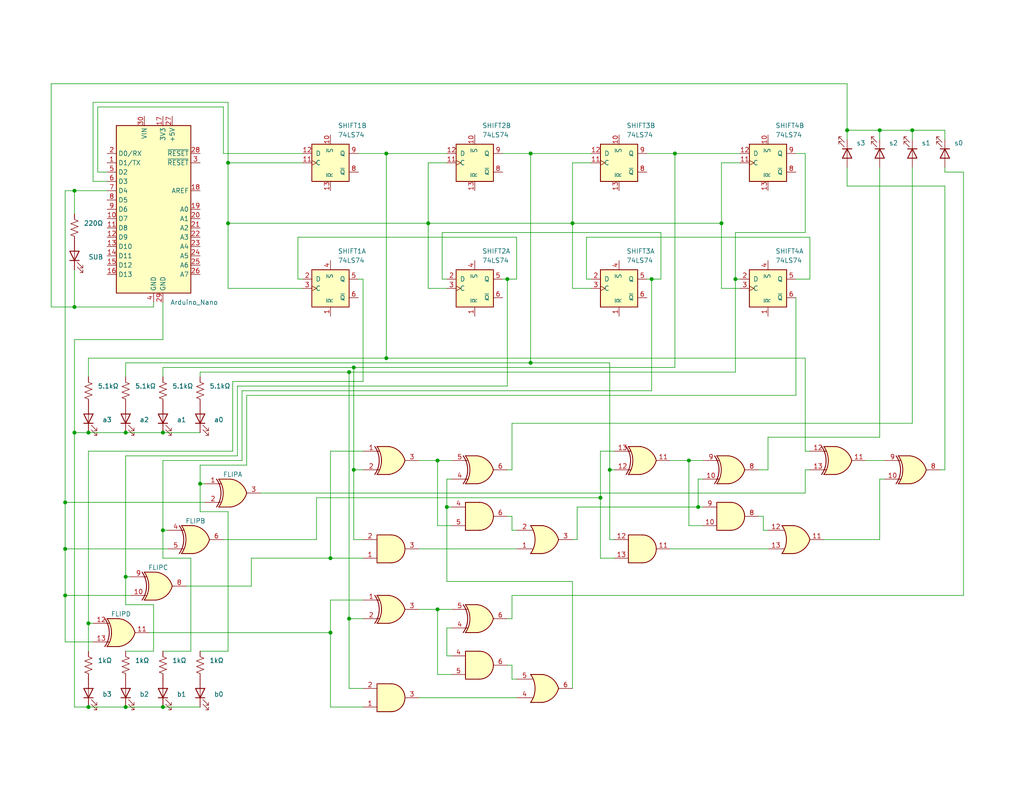
<source format=kicad_sch>
(kicad_sch (version 20211123) (generator eeschema)
  (paper "USLetter")
  (title_block (title "Arduino Adder Unit") (date "2023-03-26") (rev "1") (comment 1 "Credit to YouTube user Ben Eater for the combinational logic and shift register design..") (comment 4 "Add and subtract binary numbers using Arduino as operand input."))
  (lib_symbols
    (symbol "74xx:74LS08" (pin_names (offset 1.016))
      (property "Reference" "U" (at 0 1.27 0))
      (property "Value" "74LS08" (at 0 -1.27 0))
      (symbol "74LS08_1_1"
        (arc (start 0 -3.81) (mid 3.81 0) (end 0 3.81) (stroke (width 0.254)) (fill (type background)))
        (polyline (pts (xy 0 3.81) (xy -3.81 3.81) (xy -3.81 -3.81) (xy 0 -3.81)) (stroke (width 0.254)) (fill (type background)))
        (pin input line (at -7.62 2.54 0) (length 3.81) (name "~") (number "1"))
        (pin input line (at -7.62 -2.54 0) (length 3.81) (name "~") (number "2"))
        (pin output line (at 7.62 0 180) (length 3.81) (name "~") (number "3"))
      )
      (symbol "74LS08_1_2"
        (arc (start -3.81 -3.81) (mid -2.589 0) (end -3.81 3.81) (stroke (width 0.254)))
        (arc (start -0.6096 -3.81) (mid 2.1842 -2.5851) (end 3.81 0) (stroke (width 0.254)) (fill (type background)))
        (polyline (pts (xy -3.81 -3.81) (xy -0.635 -3.81)) (stroke (width 0.254)) (fill (type background)))
        (polyline (pts (xy -3.81 3.81) (xy -0.635 3.81)) (stroke (width 0.254)) (fill (type background)))
        (polyline (pts (xy -0.635 3.81) (xy -3.81 3.81) (xy -3.81 3.81) (xy -3.556 3.4036) (xy -3.0226 2.2606) (xy -2.6924 1.0414) (xy -2.6162 -0.254) (xy -2.7686 -1.4986) (xy -3.175 -2.7178) (xy -3.81 -3.81) (xy -3.81 -3.81) (xy -0.635 -3.81)) (stroke (width -25.4)) (fill (type background)))
        (arc (start 3.81 0) (mid 2.1915 2.5936) (end -0.6096 3.81) (stroke (width 0.254)) (fill (type background)))
        (pin input inverted (at -7.62 2.54 0) (length 4.318) (name "~") (number "1"))
        (pin input inverted (at -7.62 -2.54 0) (length 4.318) (name "~") (number "2"))
        (pin output inverted (at 7.62 0 180) (length 3.81) (name "~") (number "3"))
      )
      (symbol "74LS08_2_1"
        (arc (start 0 -3.81) (mid 3.81 0) (end 0 3.81) (stroke (width 0.254)) (fill (type background)))
        (polyline (pts (xy 0 3.81) (xy -3.81 3.81) (xy -3.81 -3.81) (xy 0 -3.81)) (stroke (width 0.254)) (fill (type background)))
        (pin input line (at -7.62 2.54 0) (length 3.81) (name "~") (number "4"))
        (pin input line (at -7.62 -2.54 0) (length 3.81) (name "~") (number "5"))
        (pin output line (at 7.62 0 180) (length 3.81) (name "~") (number "6"))
      )
      (symbol "74LS08_2_2"
        (arc (start -3.81 -3.81) (mid -2.589 0) (end -3.81 3.81) (stroke (width 0.254)))
        (arc (start -0.6096 -3.81) (mid 2.1842 -2.5851) (end 3.81 0) (stroke (width 0.254)) (fill (type background)))
        (polyline (pts (xy -3.81 -3.81) (xy -0.635 -3.81)) (stroke (width 0.254)) (fill (type background)))
        (polyline (pts (xy -3.81 3.81) (xy -0.635 3.81)) (stroke (width 0.254)) (fill (type background)))
        (polyline (pts (xy -0.635 3.81) (xy -3.81 3.81) (xy -3.81 3.81) (xy -3.556 3.4036) (xy -3.0226 2.2606) (xy -2.6924 1.0414) (xy -2.6162 -0.254) (xy -2.7686 -1.4986) (xy -3.175 -2.7178) (xy -3.81 -3.81) (xy -3.81 -3.81) (xy -0.635 -3.81)) (stroke (width -25.4)) (fill (type background)))
        (arc (start 3.81 0) (mid 2.1915 2.5936) (end -0.6096 3.81) (stroke (width 0.254)) (fill (type background)))
        (pin input inverted (at -7.62 2.54 0) (length 4.318) (name "~") (number "4"))
        (pin input inverted (at -7.62 -2.54 0) (length 4.318) (name "~") (number "5"))
        (pin output inverted (at 7.62 0 180) (length 3.81) (name "~") (number "6"))
      )
      (symbol "74LS08_3_1"
        (arc (start 0 -3.81) (mid 3.81 0) (end 0 3.81) (stroke (width 0.254)) (fill (type background)))
        (polyline (pts (xy 0 3.81) (xy -3.81 3.81) (xy -3.81 -3.81) (xy 0 -3.81)) (stroke (width 0.254)) (fill (type background)))
        (pin input line (at -7.62 -2.54 0) (length 3.81) (name "~") (number "10"))
        (pin output line (at 7.62 0 180) (length 3.81) (name "~") (number "8"))
        (pin input line (at -7.62 2.54 0) (length 3.81) (name "~") (number "9"))
      )
      (symbol "74LS08_3_2"
        (arc (start -3.81 -3.81) (mid -2.589 0) (end -3.81 3.81) (stroke (width 0.254)))
        (arc (start -0.6096 -3.81) (mid 2.1842 -2.5851) (end 3.81 0) (stroke (width 0.254)) (fill (type background)))
        (polyline (pts (xy -3.81 -3.81) (xy -0.635 -3.81)) (stroke (width 0.254)) (fill (type background)))
        (polyline (pts (xy -3.81 3.81) (xy -0.635 3.81)) (stroke (width 0.254)) (fill (type background)))
        (polyline (pts (xy -0.635 3.81) (xy -3.81 3.81) (xy -3.81 3.81) (xy -3.556 3.4036) (xy -3.0226 2.2606) (xy -2.6924 1.0414) (xy -2.6162 -0.254) (xy -2.7686 -1.4986) (xy -3.175 -2.7178) (xy -3.81 -3.81) (xy -3.81 -3.81) (xy -0.635 -3.81)) (stroke (width -25.4)) (fill (type background)))
        (arc (start 3.81 0) (mid 2.1915 2.5936) (end -0.6096 3.81) (stroke (width 0.254)) (fill (type background)))
        (pin input inverted (at -7.62 -2.54 0) (length 4.318) (name "~") (number "10"))
        (pin output inverted (at 7.62 0 180) (length 3.81) (name "~") (number "8"))
        (pin input inverted (at -7.62 2.54 0) (length 4.318) (name "~") (number "9"))
      )
      (symbol "74LS08_4_1"
        (arc (start 0 -3.81) (mid 3.81 0) (end 0 3.81) (stroke (width 0.254)) (fill (type background)))
        (polyline (pts (xy 0 3.81) (xy -3.81 3.81) (xy -3.81 -3.81) (xy 0 -3.81)) (stroke (width 0.254)) (fill (type background)))
        (pin output line (at 7.62 0 180) (length 3.81) (name "~") (number "11"))
        (pin input line (at -7.62 2.54 0) (length 3.81) (name "~") (number "12"))
        (pin input line (at -7.62 -2.54 0) (length 3.81) (name "~") (number "13"))
      )
      (symbol "74LS08_4_2"
        (arc (start -3.81 -3.81) (mid -2.589 0) (end -3.81 3.81) (stroke (width 0.254)))
        (arc (start -0.6096 -3.81) (mid 2.1842 -2.5851) (end 3.81 0) (stroke (width 0.254)) (fill (type background)))
        (polyline (pts (xy -3.81 -3.81) (xy -0.635 -3.81)) (stroke (width 0.254)) (fill (type background)))
        (polyline (pts (xy -3.81 3.81) (xy -0.635 3.81)) (stroke (width 0.254)) (fill (type background)))
        (polyline (pts (xy -0.635 3.81) (xy -3.81 3.81) (xy -3.81 3.81) (xy -3.556 3.4036) (xy -3.0226 2.2606) (xy -2.6924 1.0414) (xy -2.6162 -0.254) (xy -2.7686 -1.4986) (xy -3.175 -2.7178) (xy -3.81 -3.81) (xy -3.81 -3.81) (xy -0.635 -3.81)) (stroke (width -25.4)) (fill (type background)))
        (arc (start 3.81 0) (mid 2.1915 2.5936) (end -0.6096 3.81) (stroke (width 0.254)) (fill (type background)))
        (pin output inverted (at 7.62 0 180) (length 3.81) (name "~") (number "11"))
        (pin input inverted (at -7.62 2.54 0) (length 4.318) (name "~") (number "12"))
        (pin input inverted (at -7.62 -2.54 0) (length 4.318) (name "~") (number "13"))
      )
      (symbol "74LS08_5_0"
        (pin power_in line (at 0 12.7 270) (length 5.08) (name "VCC") (number "14"))
        (pin power_in line (at 0 -12.7 90) (length 5.08) (name "GND") (number "7"))
      )
      (symbol "74LS08_5_1"
        (rectangle (start -5.08 7.62) (end 5.08 -7.62) (stroke (width 0.254)) (fill (type background)))
      )
    )
    (symbol "74xx:74LS32" (pin_names (offset 1.016))
      (property "Reference" "U" (at 0 1.27 0))
      (property "Value" "74LS32" (at 0 -1.27 0))
      (symbol "74LS32_1_1"
        (arc (start -3.81 -3.81) (mid -2.589 0) (end -3.81 3.81) (stroke (width 0.254)))
        (arc (start -0.6096 -3.81) (mid 2.1842 -2.5851) (end 3.81 0) (stroke (width 0.254)) (fill (type background)))
        (polyline (pts (xy -3.81 -3.81) (xy -0.635 -3.81)) (stroke (width 0.254)) (fill (type background)))
        (polyline (pts (xy -3.81 3.81) (xy -0.635 3.81)) (stroke (width 0.254)) (fill (type background)))
        (polyline (pts (xy -0.635 3.81) (xy -3.81 3.81) (xy -3.81 3.81) (xy -3.556 3.4036) (xy -3.0226 2.2606) (xy -2.6924 1.0414) (xy -2.6162 -0.254) (xy -2.7686 -1.4986) (xy -3.175 -2.7178) (xy -3.81 -3.81) (xy -3.81 -3.81) (xy -0.635 -3.81)) (stroke (width -25.4)) (fill (type background)))
        (arc (start 3.81 0) (mid 2.1915 2.5936) (end -0.6096 3.81) (stroke (width 0.254)) (fill (type background)))
        (pin input line (at -7.62 2.54 0) (length 4.318) (name "~") (number "1"))
        (pin input line (at -7.62 -2.54 0) (length 4.318) (name "~") (number "2"))
        (pin output line (at 7.62 0 180) (length 3.81) (name "~") (number "3"))
      )
      (symbol "74LS32_1_2"
        (arc (start 0 -3.81) (mid 3.81 0) (end 0 3.81) (stroke (width 0.254)) (fill (type background)))
        (polyline (pts (xy 0 3.81) (xy -3.81 3.81) (xy -3.81 -3.81) (xy 0 -3.81)) (stroke (width 0.254)) (fill (type background)))
        (pin input inverted (at -7.62 2.54 0) (length 3.81) (name "~") (number "1"))
        (pin input inverted (at -7.62 -2.54 0) (length 3.81) (name "~") (number "2"))
        (pin output inverted (at 7.62 0 180) (length 3.81) (name "~") (number "3"))
      )
      (symbol "74LS32_2_1"
        (arc (start -3.81 -3.81) (mid -2.589 0) (end -3.81 3.81) (stroke (width 0.254)))
        (arc (start -0.6096 -3.81) (mid 2.1842 -2.5851) (end 3.81 0) (stroke (width 0.254)) (fill (type background)))
        (polyline (pts (xy -3.81 -3.81) (xy -0.635 -3.81)) (stroke (width 0.254)) (fill (type background)))
        (polyline (pts (xy -3.81 3.81) (xy -0.635 3.81)) (stroke (width 0.254)) (fill (type background)))
        (polyline (pts (xy -0.635 3.81) (xy -3.81 3.81) (xy -3.81 3.81) (xy -3.556 3.4036) (xy -3.0226 2.2606) (xy -2.6924 1.0414) (xy -2.6162 -0.254) (xy -2.7686 -1.4986) (xy -3.175 -2.7178) (xy -3.81 -3.81) (xy -3.81 -3.81) (xy -0.635 -3.81)) (stroke (width -25.4)) (fill (type background)))
        (arc (start 3.81 0) (mid 2.1915 2.5936) (end -0.6096 3.81) (stroke (width 0.254)) (fill (type background)))
        (pin input line (at -7.62 2.54 0) (length 4.318) (name "~") (number "4"))
        (pin input line (at -7.62 -2.54 0) (length 4.318) (name "~") (number "5"))
        (pin output line (at 7.62 0 180) (length 3.81) (name "~") (number "6"))
      )
      (symbol "74LS32_2_2"
        (arc (start 0 -3.81) (mid 3.81 0) (end 0 3.81) (stroke (width 0.254)) (fill (type background)))
        (polyline (pts (xy 0 3.81) (xy -3.81 3.81) (xy -3.81 -3.81) (xy 0 -3.81)) (stroke (width 0.254)) (fill (type background)))
        (pin input inverted (at -7.62 2.54 0) (length 3.81) (name "~") (number "4"))
        (pin input inverted (at -7.62 -2.54 0) (length 3.81) (name "~") (number "5"))
        (pin output inverted (at 7.62 0 180) (length 3.81) (name "~") (number "6"))
      )
      (symbol "74LS32_3_1"
        (arc (start -3.81 -3.81) (mid -2.589 0) (end -3.81 3.81) (stroke (width 0.254)))
        (arc (start -0.6096 -3.81) (mid 2.1842 -2.5851) (end 3.81 0) (stroke (width 0.254)) (fill (type background)))
        (polyline (pts (xy -3.81 -3.81) (xy -0.635 -3.81)) (stroke (width 0.254)) (fill (type background)))
        (polyline (pts (xy -3.81 3.81) (xy -0.635 3.81)) (stroke (width 0.254)) (fill (type background)))
        (polyline (pts (xy -0.635 3.81) (xy -3.81 3.81) (xy -3.81 3.81) (xy -3.556 3.4036) (xy -3.0226 2.2606) (xy -2.6924 1.0414) (xy -2.6162 -0.254) (xy -2.7686 -1.4986) (xy -3.175 -2.7178) (xy -3.81 -3.81) (xy -3.81 -3.81) (xy -0.635 -3.81)) (stroke (width -25.4)) (fill (type background)))
        (arc (start 3.81 0) (mid 2.1915 2.5936) (end -0.6096 3.81) (stroke (width 0.254)) (fill (type background)))
        (pin input line (at -7.62 -2.54 0) (length 4.318) (name "~") (number "10"))
        (pin output line (at 7.62 0 180) (length 3.81) (name "~") (number "8"))
        (pin input line (at -7.62 2.54 0) (length 4.318) (name "~") (number "9"))
      )
      (symbol "74LS32_3_2"
        (arc (start 0 -3.81) (mid 3.81 0) (end 0 3.81) (stroke (width 0.254)) (fill (type background)))
        (polyline (pts (xy 0 3.81) (xy -3.81 3.81) (xy -3.81 -3.81) (xy 0 -3.81)) (stroke (width 0.254)) (fill (type background)))
        (pin input inverted (at -7.62 -2.54 0) (length 3.81) (name "~") (number "10"))
        (pin output inverted (at 7.62 0 180) (length 3.81) (name "~") (number "8"))
        (pin input inverted (at -7.62 2.54 0) (length 3.81) (name "~") (number "9"))
      )
      (symbol "74LS32_4_1"
        (arc (start -3.81 -3.81) (mid -2.589 0) (end -3.81 3.81) (stroke (width 0.254)))
        (arc (start -0.6096 -3.81) (mid 2.1842 -2.5851) (end 3.81 0) (stroke (width 0.254)) (fill (type background)))
        (polyline (pts (xy -3.81 -3.81) (xy -0.635 -3.81)) (stroke (width 0.254)) (fill (type background)))
        (polyline (pts (xy -3.81 3.81) (xy -0.635 3.81)) (stroke (width 0.254)) (fill (type background)))
        (polyline (pts (xy -0.635 3.81) (xy -3.81 3.81) (xy -3.81 3.81) (xy -3.556 3.4036) (xy -3.0226 2.2606) (xy -2.6924 1.0414) (xy -2.6162 -0.254) (xy -2.7686 -1.4986) (xy -3.175 -2.7178) (xy -3.81 -3.81) (xy -3.81 -3.81) (xy -0.635 -3.81)) (stroke (width -25.4)) (fill (type background)))
        (arc (start 3.81 0) (mid 2.1915 2.5936) (end -0.6096 3.81) (stroke (width 0.254)) (fill (type background)))
        (pin output line (at 7.62 0 180) (length 3.81) (name "~") (number "11"))
        (pin input line (at -7.62 2.54 0) (length 4.318) (name "~") (number "12"))
        (pin input line (at -7.62 -2.54 0) (length 4.318) (name "~") (number "13"))
      )
      (symbol "74LS32_4_2"
        (arc (start 0 -3.81) (mid 3.81 0) (end 0 3.81) (stroke (width 0.254)) (fill (type background)))
        (polyline (pts (xy 0 3.81) (xy -3.81 3.81) (xy -3.81 -3.81) (xy 0 -3.81)) (stroke (width 0.254)) (fill (type background)))
        (pin output inverted (at 7.62 0 180) (length 3.81) (name "~") (number "11"))
        (pin input inverted (at -7.62 2.54 0) (length 3.81) (name "~") (number "12"))
        (pin input inverted (at -7.62 -2.54 0) (length 3.81) (name "~") (number "13"))
      )
      (symbol "74LS32_5_0"
        (pin power_in line (at 0 12.7 270) (length 5.08) (name "VCC") (number "14"))
        (pin power_in line (at 0 -12.7 90) (length 5.08) (name "GND") (number "7"))
      )
      (symbol "74LS32_5_1"
        (rectangle (start -5.08 7.62) (end 5.08 -7.62) (stroke (width 0.254)) (fill (type background)))
      )
    )
    (symbol "74xx:74LS74" (pin_names (offset 1.016))
      (property "Reference" "U" (at -7.62 8.89 0))
      (property "Value" "74LS74" (at -7.62 -8.89 0))
      (symbol "74LS74_1_0"
        (pin input line (at 0 -7.62 90) (length 2.54) (name "~{R}") (number "1"))
        (pin input line (at -7.62 2.54 0) (length 2.54) (name "D") (number "2"))
        (pin input clock (at -7.62 0 0) (length 2.54) (name "C") (number "3"))
        (pin input line (at 0 7.62 270) (length 2.54) (name "~{S}") (number "4"))
        (pin output line (at 7.62 2.54 180) (length 2.54) (name "Q") (number "5"))
        (pin output line (at 7.62 -2.54 180) (length 2.54) (name "~{Q}") (number "6"))
      )
      (symbol "74LS74_1_1"
        (rectangle (start -5.08 5.08) (end 5.08 -5.08) (stroke (width 0.254)) (fill (type background)))
      )
      (symbol "74LS74_2_0"
        (pin input line (at 0 7.62 270) (length 2.54) (name "~{S}") (number "10"))
        (pin input clock (at -7.62 0 0) (length 2.54) (name "C") (number "11"))
        (pin input line (at -7.62 2.54 0) (length 2.54) (name "D") (number "12"))
        (pin input line (at 0 -7.62 90) (length 2.54) (name "~{R}") (number "13"))
        (pin output line (at 7.62 -2.54 180) (length 2.54) (name "~{Q}") (number "8"))
        (pin output line (at 7.62 2.54 180) (length 2.54) (name "Q") (number "9"))
      )
      (symbol "74LS74_2_1"
        (rectangle (start -5.08 5.08) (end 5.08 -5.08) (stroke (width 0.254)) (fill (type background)))
      )
      (symbol "74LS74_3_0"
        (pin power_in line (at 0 10.16 270) (length 2.54) (name "VCC") (number "14"))
        (pin power_in line (at 0 -10.16 90) (length 2.54) (name "GND") (number "7"))
      )
      (symbol "74LS74_3_1"
        (rectangle (start -5.08 7.62) (end 5.08 -7.62) (stroke (width 0.254)) (fill (type background)))
      )
    )
    (symbol "74xx:74LS86" (pin_names (offset 1.016))
      (property "Reference" "U" (at 0 1.27 0))
      (property "Value" "74LS86" (at 0 -1.27 0))
      (symbol "74LS86_1_0"
        (arc (start -4.4196 -3.81) (mid -3.2033 0) (end -4.4196 3.81) (stroke (width 0.254)))
        (arc (start -3.81 -3.81) (mid -2.589 0) (end -3.81 3.81) (stroke (width 0.254)))
        (arc (start -0.6096 -3.81) (mid 2.1842 -2.5851) (end 3.81 0) (stroke (width 0.254)) (fill (type background)))
        (polyline (pts (xy -3.81 -3.81) (xy -0.635 -3.81)) (stroke (width 0.254)) (fill (type background)))
        (polyline (pts (xy -3.81 3.81) (xy -0.635 3.81)) (stroke (width 0.254)) (fill (type background)))
        (polyline (pts (xy -0.635 3.81) (xy -3.81 3.81) (xy -3.81 3.81) (xy -3.556 3.4036) (xy -3.0226 2.2606) (xy -2.6924 1.0414) (xy -2.6162 -0.254) (xy -2.7686 -1.4986) (xy -3.175 -2.7178) (xy -3.81 -3.81) (xy -3.81 -3.81) (xy -0.635 -3.81)) (stroke (width -25.4)) (fill (type background)))
        (arc (start 3.81 0) (mid 2.1915 2.5936) (end -0.6096 3.81) (stroke (width 0.254)) (fill (type background)))
        (pin input line (at -7.62 2.54 0) (length 4.445) (name "~") (number "1"))
        (pin input line (at -7.62 -2.54 0) (length 4.445) (name "~") (number "2"))
        (pin output line (at 7.62 0 180) (length 3.81) (name "~") (number "3"))
      )
      (symbol "74LS86_1_1"
        (polyline (pts (xy -3.81 -2.54) (xy -3.175 -2.54)) (stroke (width 0.1524)))
        (polyline (pts (xy -3.81 2.54) (xy -3.175 2.54)) (stroke (width 0.1524)))
      )
      (symbol "74LS86_2_0"
        (arc (start -4.4196 -3.81) (mid -3.2033 0) (end -4.4196 3.81) (stroke (width 0.254)))
        (arc (start -3.81 -3.81) (mid -2.589 0) (end -3.81 3.81) (stroke (width 0.254)))
        (arc (start -0.6096 -3.81) (mid 2.1842 -2.5851) (end 3.81 0) (stroke (width 0.254)) (fill (type background)))
        (polyline (pts (xy -3.81 -3.81) (xy -0.635 -3.81)) (stroke (width 0.254)) (fill (type background)))
        (polyline (pts (xy -3.81 3.81) (xy -0.635 3.81)) (stroke (width 0.254)) (fill (type background)))
        (polyline (pts (xy -0.635 3.81) (xy -3.81 3.81) (xy -3.81 3.81) (xy -3.556 3.4036) (xy -3.0226 2.2606) (xy -2.6924 1.0414) (xy -2.6162 -0.254) (xy -2.7686 -1.4986) (xy -3.175 -2.7178) (xy -3.81 -3.81) (xy -3.81 -3.81) (xy -0.635 -3.81)) (stroke (width -25.4)) (fill (type background)))
        (arc (start 3.81 0) (mid 2.1915 2.5936) (end -0.6096 3.81) (stroke (width 0.254)) (fill (type background)))
        (pin input line (at -7.62 2.54 0) (length 4.445) (name "~") (number "4"))
        (pin input line (at -7.62 -2.54 0) (length 4.445) (name "~") (number "5"))
        (pin output line (at 7.62 0 180) (length 3.81) (name "~") (number "6"))
      )
      (symbol "74LS86_2_1"
        (polyline (pts (xy -3.81 -2.54) (xy -3.175 -2.54)) (stroke (width 0.1524)))
        (polyline (pts (xy -3.81 2.54) (xy -3.175 2.54)) (stroke (width 0.1524)))
      )
      (symbol "74LS86_3_0"
        (arc (start -4.4196 -3.81) (mid -3.2033 0) (end -4.4196 3.81) (stroke (width 0.254)))
        (arc (start -3.81 -3.81) (mid -2.589 0) (end -3.81 3.81) (stroke (width 0.254)))
        (arc (start -0.6096 -3.81) (mid 2.1842 -2.5851) (end 3.81 0) (stroke (width 0.254)) (fill (type background)))
        (polyline (pts (xy -3.81 -3.81) (xy -0.635 -3.81)) (stroke (width 0.254)) (fill (type background)))
        (polyline (pts (xy -3.81 3.81) (xy -0.635 3.81)) (stroke (width 0.254)) (fill (type background)))
        (polyline (pts (xy -0.635 3.81) (xy -3.81 3.81) (xy -3.81 3.81) (xy -3.556 3.4036) (xy -3.0226 2.2606) (xy -2.6924 1.0414) (xy -2.6162 -0.254) (xy -2.7686 -1.4986) (xy -3.175 -2.7178) (xy -3.81 -3.81) (xy -3.81 -3.81) (xy -0.635 -3.81)) (stroke (width -25.4)) (fill (type background)))
        (arc (start 3.81 0) (mid 2.1915 2.5936) (end -0.6096 3.81) (stroke (width 0.254)) (fill (type background)))
        (pin input line (at -7.62 -2.54 0) (length 4.445) (name "~") (number "10"))
        (pin output line (at 7.62 0 180) (length 3.81) (name "~") (number "8"))
        (pin input line (at -7.62 2.54 0) (length 4.445) (name "~") (number "9"))
      )
      (symbol "74LS86_3_1"
        (polyline (pts (xy -3.81 -2.54) (xy -3.175 -2.54)) (stroke (width 0.1524)))
        (polyline (pts (xy -3.81 2.54) (xy -3.175 2.54)) (stroke (width 0.1524)))
      )
      (symbol "74LS86_4_0"
        (arc (start -4.4196 -3.81) (mid -3.2033 0) (end -4.4196 3.81) (stroke (width 0.254)))
        (arc (start -3.81 -3.81) (mid -2.589 0) (end -3.81 3.81) (stroke (width 0.254)))
        (arc (start -0.6096 -3.81) (mid 2.1842 -2.5851) (end 3.81 0) (stroke (width 0.254)) (fill (type background)))
        (polyline (pts (xy -3.81 -3.81) (xy -0.635 -3.81)) (stroke (width 0.254)) (fill (type background)))
        (polyline (pts (xy -3.81 3.81) (xy -0.635 3.81)) (stroke (width 0.254)) (fill (type background)))
        (polyline (pts (xy -0.635 3.81) (xy -3.81 3.81) (xy -3.81 3.81) (xy -3.556 3.4036) (xy -3.0226 2.2606) (xy -2.6924 1.0414) (xy -2.6162 -0.254) (xy -2.7686 -1.4986) (xy -3.175 -2.7178) (xy -3.81 -3.81) (xy -3.81 -3.81) (xy -0.635 -3.81)) (stroke (width -25.4)) (fill (type background)))
        (arc (start 3.81 0) (mid 2.1915 2.5936) (end -0.6096 3.81) (stroke (width 0.254)) (fill (type background)))
        (pin output line (at 7.62 0 180) (length 3.81) (name "~") (number "11"))
        (pin input line (at -7.62 2.54 0) (length 4.445) (name "~") (number "12"))
        (pin input line (at -7.62 -2.54 0) (length 4.445) (name "~") (number "13"))
      )
      (symbol "74LS86_4_1"
        (polyline (pts (xy -3.81 -2.54) (xy -3.175 -2.54)) (stroke (width 0.1524)))
        (polyline (pts (xy -3.81 2.54) (xy -3.175 2.54)) (stroke (width 0.1524)))
      )
      (symbol "74LS86_5_0"
        (pin power_in line (at 0 12.7 270) (length 5.08) (name "VCC") (number "14"))
        (pin power_in line (at 0 -12.7 90) (length 5.08) (name "GND") (number "7"))
      )
      (symbol "74LS86_5_1"
        (rectangle (start -5.08 7.62) (end 5.08 -7.62) (stroke (width 0.254)) (fill (type background)))
      )
    )
    (symbol "Device:LED" (pin_numbers hide) (pin_names (offset 1.016) hide)
      (property "Reference" "D" (at 0 2.54 0))
      (property "Value" "LED" (at 0 -2.54 0))
      (symbol "LED_0_1"
        (polyline (pts (xy -1.27 -1.27) (xy -1.27 1.27)) (stroke (width 0.254)))
        (polyline (pts (xy -1.27 0) (xy 1.27 0)))
        (polyline (pts (xy 1.27 -1.27) (xy 1.27 1.27) (xy -1.27 0) (xy 1.27 -1.27)) (stroke (width 0.254)))
        (polyline (pts (xy -3.048 -0.762) (xy -4.572 -2.286) (xy -3.81 -2.286) (xy -4.572 -2.286) (xy -4.572 -1.524)))
        (polyline (pts (xy -1.778 -0.762) (xy -3.302 -2.286) (xy -2.54 -2.286) (xy -3.302 -2.286) (xy -3.302 -1.524)))
      )
      (symbol "LED_1_1"
        (pin passive line (at -3.81 0 0) (length 2.54) (name "K") (number "1"))
        (pin passive line (at 3.81 0 180) (length 2.54) (name "A") (number "2"))
      )
    )
    (symbol "Device:R_US" (pin_numbers hide) (pin_names (offset 0))
      (property "Reference" "R" (at 2.54 0 90))
      (property "Value" "R_US" (at -2.54 0 90))
      (symbol "R_US_0_1"
        (polyline (pts (xy 0 -2.286) (xy 0 -2.54)))
        (polyline (pts (xy 0 2.286) (xy 0 2.54)))
        (polyline (pts (xy 0 -0.762) (xy 1.016 -1.143) (xy 0 -1.524) (xy -1.016 -1.905) (xy 0 -2.286)))
        (polyline (pts (xy 0 0.762) (xy 1.016 0.381) (xy 0 0) (xy -1.016 -0.381) (xy 0 -0.762)))
        (polyline (pts (xy 0 2.286) (xy 1.016 1.905) (xy 0 1.524) (xy -1.016 1.143) (xy 0 0.762)))
      )
      (symbol "R_US_1_1"
        (pin passive line (at 0 3.81 270) (length 1.27) (name "~") (number "1"))
        (pin passive line (at 0 -3.81 90) (length 1.27) (name "~") (number "2"))
      )
    )
    (symbol "MCU_Module:Arduino_Nano_v2.x"
      (property "Reference" "A" (at -10.16 23.495 0))
      (property "Value" "Arduino_Nano_v2.x" (at 5.08 -24.13 0))
      (symbol "Arduino_Nano_v2.x_0_1"
        (rectangle (start -10.16 22.86) (end 10.16 -22.86) (stroke (width 0.254)) (fill (type background)))
      )
      (symbol "Arduino_Nano_v2.x_1_1"
        (pin bidirectional line (at -12.7 12.7 0) (length 2.54) (name "D1/TX") (number "1"))
        (pin bidirectional line (at -12.7 -2.54 0) (length 2.54) (name "D7") (number "10"))
        (pin bidirectional line (at -12.7 -5.08 0) (length 2.54) (name "D8") (number "11"))
        (pin bidirectional line (at -12.7 -7.62 0) (length 2.54) (name "D9") (number "12"))
        (pin bidirectional line (at -12.7 -10.16 0) (length 2.54) (name "D10") (number "13"))
        (pin bidirectional line (at -12.7 -12.7 0) (length 2.54) (name "D11") (number "14"))
        (pin bidirectional line (at -12.7 -15.24 0) (length 2.54) (name "D12") (number "15"))
        (pin bidirectional line (at -12.7 -17.78 0) (length 2.54) (name "D13") (number "16"))
        (pin power_out line (at 2.54 25.4 270) (length 2.54) (name "3V3") (number "17"))
        (pin input line (at 12.7 5.08 180) (length 2.54) (name "AREF") (number "18"))
        (pin bidirectional line (at 12.7 0 180) (length 2.54) (name "A0") (number "19"))
        (pin bidirectional line (at -12.7 15.24 0) (length 2.54) (name "D0/RX") (number "2"))
        (pin bidirectional line (at 12.7 -2.54 180) (length 2.54) (name "A1") (number "20"))
        (pin bidirectional line (at 12.7 -5.08 180) (length 2.54) (name "A2") (number "21"))
        (pin bidirectional line (at 12.7 -7.62 180) (length 2.54) (name "A3") (number "22"))
        (pin bidirectional line (at 12.7 -10.16 180) (length 2.54) (name "A4") (number "23"))
        (pin bidirectional line (at 12.7 -12.7 180) (length 2.54) (name "A5") (number "24"))
        (pin bidirectional line (at 12.7 -15.24 180) (length 2.54) (name "A6") (number "25"))
        (pin bidirectional line (at 12.7 -17.78 180) (length 2.54) (name "A7") (number "26"))
        (pin power_out line (at 5.08 25.4 270) (length 2.54) (name "+5V") (number "27"))
        (pin input line (at 12.7 15.24 180) (length 2.54) (name "~{RESET}") (number "28"))
        (pin power_in line (at 2.54 -25.4 90) (length 2.54) (name "GND") (number "29"))
        (pin input line (at 12.7 12.7 180) (length 2.54) (name "~{RESET}") (number "3"))
        (pin power_in line (at -2.54 25.4 270) (length 2.54) (name "VIN") (number "30"))
        (pin power_in line (at 0 -25.4 90) (length 2.54) (name "GND") (number "4"))
        (pin bidirectional line (at -12.7 10.16 0) (length 2.54) (name "D2") (number "5"))
        (pin bidirectional line (at -12.7 7.62 0) (length 2.54) (name "D3") (number "6"))
        (pin bidirectional line (at -12.7 5.08 0) (length 2.54) (name "D4") (number "7"))
        (pin bidirectional line (at -12.7 2.54 0) (length 2.54) (name "D5") (number "8"))
        (pin bidirectional line (at -12.7 0 0) (length 2.54) (name "D6") (number "9"))
      )
    )
  )
  (junction (at 90.17 172.72))
  (junction (at 95.25 168.91))
  (junction (at 17.78 137.16))
  (junction (at 119.38 166.37))
  (junction (at 54.61 132.08))
  (junction (at 116.84 60.96))
  (junction (at 200.66 76.2))
  (junction (at 144.78 41.91))
  (junction (at 20.32 83.82))
  (junction (at 20.32 118.11))
  (junction (at 196.85 60.96))
  (junction (at 20.32 52.07))
  (junction (at 156.21 60.96))
  (junction (at 34.29 118.11))
  (junction (at 24.13 170.18))
  (junction (at 44.45 118.11))
  (junction (at 17.78 162.56))
  (junction (at 62.23 60.96))
  (junction (at 34.29 193.04))
  (junction (at 96.52 100.33))
  (junction (at 231.14 35.56))
  (junction (at 240.03 35.56))
  (junction (at 184.15 41.91))
  (junction (at 90.17 152.4))
  (junction (at 105.41 41.91))
  (junction (at 24.13 193.04))
  (junction (at 177.8 76.2))
  (junction (at 248.92 35.56))
  (junction (at 138.43 76.2))
  (junction (at 95.25 101.6))
  (junction (at 121.92 138.43))
  (junction (at 144.78 99.06))
  (junction (at 187.96 125.73))
  (junction (at 105.41 97.79))
  (junction (at 34.29 157.48))
  (junction (at 62.23 44.45))
  (junction (at 44.45 144.78))
  (junction (at 166.37 128.27))
  (junction (at 24.13 118.11))
  (junction (at 190.5 138.43))
  (junction (at 119.38 125.73))
  (junction (at 17.78 149.86))
  (junction (at 44.45 193.04))
  (junction (at 163.83 135.89))
  (junction (at 96.52 128.27))
  (wire (pts (xy 201.93 78.74) (xy 196.85 78.74)))
  (wire (pts (xy 34.29 157.48) (xy 34.29 124.46)))
  (wire (pts (xy 224.79 147.32) (xy 240.03 147.32)))
  (wire (pts (xy 86.36 147.32) (xy 86.36 135.89)))
  (wire (pts (xy 184.15 100.33) (xy 184.15 41.91)))
  (wire (pts (xy 99.06 193.04) (xy 90.17 193.04)))
  (wire (pts (xy 182.88 149.86) (xy 209.55 149.86)))
  (wire (pts (xy 90.17 152.4) (xy 90.17 123.19)))
  (wire (pts (xy 240.03 147.32) (xy 240.03 130.81)))
  (wire (pts (xy 190.5 130.81) (xy 190.5 138.43)))
  (wire (pts (xy 64.77 124.46) (xy 34.29 124.46)))
  (wire (pts (xy 209.55 128.27) (xy 209.55 119.38)))
  (wire (pts (xy 17.78 162.56) (xy 17.78 149.86)))
  (wire (pts (xy 68.58 160.02) (xy 68.58 152.4)))
  (wire (pts (xy 180.34 76.2) (xy 180.34 63.5)))
  (wire (pts (xy 217.17 41.91) (xy 219.71 41.91)))
  (wire (pts (xy 24.13 193.04) (xy 20.32 193.04)))
  (wire (pts (xy 17.78 137.16) (xy 55.88 137.16)))
  (wire (pts (xy 163.83 123.19) (xy 167.64 123.19)))
  (wire (pts (xy 156.21 78.74) (xy 156.21 60.96)))
  (wire (pts (xy 25.4 175.26) (xy 17.78 175.26)))
  (wire (pts (xy 248.92 35.56) (xy 248.92 38.1)))
  (wire (pts (xy 156.21 60.96) (xy 196.85 60.96)))
  (wire (pts (xy 144.78 99.06) (xy 166.37 99.06)))
  (wire (pts (xy 219.71 123.19) (xy 220.98 123.19)))
  (wire (pts (xy 95.25 187.96) (xy 95.25 168.91)))
  (wire (pts (xy 90.17 172.72) (xy 90.17 163.83)))
  (wire (pts (xy 96.52 100.33) (xy 184.15 100.33)))
  (wire (pts (xy 176.53 41.91) (xy 184.15 41.91)))
  (wire (pts (xy 24.13 97.79) (xy 24.13 102.87)))
  (wire (pts (xy 17.78 149.86) (xy 17.78 137.16)))
  (wire (pts (xy 120.65 63.5) (xy 120.65 76.2)))
  (wire (pts (xy 54.61 139.7) (xy 54.61 132.08)))
  (wire (pts (xy 166.37 147.32) (xy 167.64 147.32)))
  (wire (pts (xy 220.98 64.77) (xy 160.02 64.77)))
  (wire (pts (xy 81.28 76.2) (xy 82.55 76.2)))
  (wire (pts (xy 208.28 144.78) (xy 209.55 144.78)))
  (wire (pts (xy 207.01 140.97) (xy 208.28 140.97)))
  (wire (pts (xy 121.92 158.75) (xy 121.92 138.43)))
  (wire (pts (xy 257.81 46.99) (xy 257.81 45.72)))
  (wire (pts (xy 140.97 76.2) (xy 140.97 64.77)))
  (wire (pts (xy 231.14 35.56) (xy 240.03 35.56)))
  (wire (pts (xy 54.61 177.8) (xy 62.23 177.8)))
  (wire (pts (xy 200.66 76.2) (xy 201.93 76.2)))
  (wire (pts (xy 160.02 76.2) (xy 161.29 76.2)))
  (wire (pts (xy 26.67 46.99) (xy 26.67 29.21)))
  (wire (pts (xy 62.23 60.96) (xy 116.84 60.96)))
  (wire (pts (xy 13.97 22.86) (xy 13.97 83.82)))
  (wire (pts (xy 123.19 143.51) (xy 119.38 143.51)))
  (wire (pts (xy 71.12 134.62) (xy 219.71 134.62)))
  (wire (pts (xy 139.7 162.56) (xy 262.89 162.56)))
  (wire (pts (xy 160.02 64.77) (xy 160.02 76.2)))
  (wire (pts (xy 17.78 149.86) (xy 45.72 149.86)))
  (wire (pts (xy 20.32 52.07) (xy 20.32 58.42)))
  (wire (pts (xy 24.13 123.19) (xy 24.13 170.18)))
  (wire (pts (xy 176.53 76.2) (xy 177.8 76.2)))
  (wire (pts (xy 167.64 128.27) (xy 166.37 128.27)))
  (wire (pts (xy 41.91 177.8) (xy 41.91 165.1)))
  (wire (pts (xy 20.32 73.66) (xy 20.32 83.82)))
  (wire (pts (xy 248.92 115.57) (xy 248.92 45.72)))
  (wire (pts (xy 161.29 44.45) (xy 156.21 44.45)))
  (wire (pts (xy 123.19 171.45) (xy 121.92 171.45)))
  (wire (pts (xy 166.37 128.27) (xy 166.37 147.32)))
  (wire (pts (xy 50.8 160.02) (xy 68.58 160.02)))
  (wire (pts (xy 116.84 44.45) (xy 116.84 60.96)))
  (wire (pts (xy 60.96 41.91) (xy 82.55 41.91)))
  (wire (pts (xy 121.92 78.74) (xy 116.84 78.74)))
  (wire (pts (xy 231.14 22.86) (xy 231.14 35.56)))
  (wire (pts (xy 219.71 128.27) (xy 220.98 128.27)))
  (wire (pts (xy 139.7 140.97) (xy 139.7 144.78)))
  (wire (pts (xy 17.78 162.56) (xy 35.56 162.56)))
  (wire (pts (xy 41.91 165.1) (xy 34.29 165.1)))
  (wire (pts (xy 81.28 64.77) (xy 81.28 76.2)))
  (wire (pts (xy 20.32 92.71) (xy 44.45 92.71)))
  (wire (pts (xy 66.04 125.73) (xy 44.45 125.73)))
  (wire (pts (xy 163.83 152.4) (xy 163.83 135.89)))
  (wire (pts (xy 40.64 172.72) (xy 90.17 172.72)))
  (wire (pts (xy 119.38 143.51) (xy 119.38 125.73)))
  (wire (pts (xy 24.13 118.11) (xy 34.29 118.11)))
  (wire (pts (xy 24.13 177.8) (xy 24.13 170.18)))
  (wire (pts (xy 121.92 138.43) (xy 123.19 138.43)))
  (wire (pts (xy 190.5 130.81) (xy 191.77 130.81)))
  (wire (pts (xy 123.19 130.81) (xy 121.92 130.81)))
  (wire (pts (xy 262.89 46.99) (xy 257.81 46.99)))
  (wire (pts (xy 123.19 184.15) (xy 119.38 184.15)))
  (wire (pts (xy 99.06 147.32) (xy 96.52 147.32)))
  (wire (pts (xy 156.21 147.32) (xy 157.48 147.32)))
  (wire (pts (xy 231.14 50.8) (xy 231.14 45.72)))
  (wire (pts (xy 34.29 118.11) (xy 44.45 118.11)))
  (wire (pts (xy 96.52 147.32) (xy 96.52 128.27)))
  (wire (pts (xy 67.31 127) (xy 54.61 127)))
  (wire (pts (xy 96.52 100.33) (xy 96.52 128.27)))
  (wire (pts (xy 34.29 99.06) (xy 144.78 99.06)))
  (wire (pts (xy 97.79 41.91) (xy 105.41 41.91)))
  (wire (pts (xy 20.32 118.11) (xy 20.32 193.04)))
  (wire (pts (xy 95.25 101.6) (xy 200.66 101.6)))
  (wire (pts (xy 54.61 127) (xy 54.61 132.08)))
  (wire (pts (xy 105.41 97.79) (xy 219.71 97.79)))
  (wire (pts (xy 60.96 147.32) (xy 86.36 147.32)))
  (wire (pts (xy 60.96 29.21) (xy 60.96 41.91)))
  (wire (pts (xy 25.4 27.94) (xy 62.23 27.94)))
  (wire (pts (xy 161.29 78.74) (xy 156.21 78.74)))
  (wire (pts (xy 217.17 76.2) (xy 220.98 76.2)))
  (wire (pts (xy 200.66 76.2) (xy 200.66 101.6)))
  (wire (pts (xy 219.71 63.5) (xy 200.66 63.5)))
  (wire (pts (xy 54.61 132.08) (xy 55.88 132.08)))
  (wire (pts (xy 34.29 177.8) (xy 41.91 177.8)))
  (wire (pts (xy 156.21 44.45) (xy 156.21 60.96)))
  (wire (pts (xy 20.32 83.82) (xy 41.91 83.82)))
  (wire (pts (xy 90.17 123.19) (xy 99.06 123.19)))
  (wire (pts (xy 41.91 83.82) (xy 41.91 82.55)))
  (wire (pts (xy 25.4 49.53) (xy 25.4 27.94)))
  (wire (pts (xy 62.23 78.74) (xy 82.55 78.74)))
  (wire (pts (xy 68.58 152.4) (xy 90.17 152.4)))
  (wire (pts (xy 13.97 83.82) (xy 20.32 83.82)))
  (wire (pts (xy 240.03 130.81) (xy 241.3 130.81)))
  (wire (pts (xy 54.61 101.6) (xy 95.25 101.6)))
  (wire (pts (xy 95.25 101.6) (xy 95.25 168.91)))
  (wire (pts (xy 196.85 44.45) (xy 201.93 44.45)))
  (wire (pts (xy 99.06 152.4) (xy 90.17 152.4)))
  (wire (pts (xy 120.65 76.2) (xy 121.92 76.2)))
  (wire (pts (xy 34.29 99.06) (xy 34.29 102.87)))
  (wire (pts (xy 114.3 149.86) (xy 140.97 149.86)))
  (wire (pts (xy 63.5 104.14) (xy 63.5 123.19)))
  (wire (pts (xy 99.06 187.96) (xy 95.25 187.96)))
  (wire (pts (xy 163.83 123.19) (xy 163.83 135.89)))
  (wire (pts (xy 44.45 100.33) (xy 96.52 100.33)))
  (wire (pts (xy 114.3 190.5) (xy 140.97 190.5)))
  (wire (pts (xy 177.8 106.68) (xy 66.04 106.68)))
  (wire (pts (xy 180.34 63.5) (xy 120.65 63.5)))
  (wire (pts (xy 62.23 60.96) (xy 62.23 78.74)))
  (wire (pts (xy 184.15 41.91) (xy 201.93 41.91)))
  (wire (pts (xy 187.96 125.73) (xy 191.77 125.73)))
  (wire (pts (xy 62.23 139.7) (xy 54.61 139.7)))
  (wire (pts (xy 26.67 29.21) (xy 60.96 29.21)))
  (wire (pts (xy 139.7 144.78) (xy 140.97 144.78)))
  (wire (pts (xy 13.97 22.86) (xy 231.14 22.86)))
  (wire (pts (xy 29.21 49.53) (xy 25.4 49.53)))
  (wire (pts (xy 44.45 152.4) (xy 44.45 144.78)))
  (wire (pts (xy 54.61 101.6) (xy 54.61 102.87)))
  (wire (pts (xy 34.29 193.04) (xy 24.13 193.04)))
  (wire (pts (xy 99.06 76.2) (xy 99.06 104.14)))
  (wire (pts (xy 116.84 60.96) (xy 156.21 60.96)))
  (wire (pts (xy 52.07 177.8) (xy 52.07 152.4)))
  (wire (pts (xy 240.03 119.38) (xy 240.03 45.72)))
  (wire (pts (xy 140.97 64.77) (xy 81.28 64.77)))
  (wire (pts (xy 139.7 115.57) (xy 248.92 115.57)))
  (wire (pts (xy 95.25 168.91) (xy 99.06 168.91)))
  (wire (pts (xy 196.85 44.45) (xy 196.85 60.96)))
  (wire (pts (xy 220.98 76.2) (xy 220.98 64.77)))
  (wire (pts (xy 167.64 152.4) (xy 163.83 152.4)))
  (wire (pts (xy 54.61 193.04) (xy 44.45 193.04)))
  (wire (pts (xy 138.43 140.97) (xy 139.7 140.97)))
  (wire (pts (xy 196.85 78.74) (xy 196.85 60.96)))
  (wire (pts (xy 17.78 52.07) (xy 20.32 52.07)))
  (wire (pts (xy 44.45 100.33) (xy 44.45 102.87)))
  (wire (pts (xy 116.84 78.74) (xy 116.84 60.96)))
  (wire (pts (xy 217.17 81.28) (xy 217.17 107.95)))
  (wire (pts (xy 138.43 105.41) (xy 64.77 105.41)))
  (wire (pts (xy 44.45 144.78) (xy 45.72 144.78)))
  (wire (pts (xy 121.92 171.45) (xy 121.92 179.07)))
  (wire (pts (xy 191.77 138.43) (xy 190.5 138.43)))
  (wire (pts (xy 62.23 44.45) (xy 82.55 44.45)))
  (wire (pts (xy 121.92 179.07) (xy 123.19 179.07)))
  (wire (pts (xy 156.21 187.96) (xy 156.21 158.75)))
  (wire (pts (xy 256.54 128.27) (xy 257.81 128.27)))
  (wire (pts (xy 97.79 76.2) (xy 99.06 76.2)))
  (wire (pts (xy 86.36 135.89) (xy 163.83 135.89)))
  (wire (pts (xy 139.7 181.61) (xy 139.7 185.42)))
  (wire (pts (xy 138.43 168.91) (xy 139.7 168.91)))
  (wire (pts (xy 44.45 125.73) (xy 44.45 144.78)))
  (wire (pts (xy 231.14 35.56) (xy 231.14 38.1)))
  (wire (pts (xy 119.38 166.37) (xy 123.19 166.37)))
  (wire (pts (xy 219.71 41.91) (xy 219.71 63.5)))
  (wire (pts (xy 34.29 165.1) (xy 34.29 157.48)))
  (wire (pts (xy 236.22 125.73) (xy 241.3 125.73)))
  (wire (pts (xy 105.41 97.79) (xy 105.41 41.91)))
  (wire (pts (xy 20.32 52.07) (xy 29.21 52.07)))
  (wire (pts (xy 96.52 128.27) (xy 99.06 128.27)))
  (wire (pts (xy 187.96 143.51) (xy 187.96 125.73)))
  (wire (pts (xy 66.04 106.68) (xy 66.04 125.73)))
  (wire (pts (xy 138.43 76.2) (xy 140.97 76.2)))
  (wire (pts (xy 99.06 104.14) (xy 63.5 104.14)))
  (wire (pts (xy 35.56 157.48) (xy 34.29 157.48)))
  (wire (pts (xy 17.78 175.26) (xy 17.78 162.56)))
  (wire (pts (xy 156.21 158.75) (xy 121.92 158.75)))
  (wire (pts (xy 157.48 138.43) (xy 190.5 138.43)))
  (wire (pts (xy 17.78 137.16) (xy 17.78 52.07)))
  (wire (pts (xy 139.7 185.42) (xy 140.97 185.42)))
  (wire (pts (xy 209.55 119.38) (xy 240.03 119.38)))
  (wire (pts (xy 119.38 125.73) (xy 123.19 125.73)))
  (wire (pts (xy 207.01 128.27) (xy 209.55 128.27)))
  (wire (pts (xy 119.38 184.15) (xy 119.38 166.37)))
  (wire (pts (xy 257.81 128.27) (xy 257.81 50.8)))
  (wire (pts (xy 52.07 152.4) (xy 44.45 152.4)))
  (wire (pts (xy 44.45 82.55) (xy 44.45 92.71)))
  (wire (pts (xy 114.3 125.73) (xy 119.38 125.73)))
  (wire (pts (xy 24.13 118.11) (xy 20.32 118.11)))
  (wire (pts (xy 139.7 128.27) (xy 139.7 115.57)))
  (wire (pts (xy 63.5 123.19) (xy 24.13 123.19)))
  (wire (pts (xy 121.92 44.45) (xy 116.84 44.45)))
  (wire (pts (xy 262.89 162.56) (xy 262.89 46.99)))
  (wire (pts (xy 248.92 35.56) (xy 257.81 35.56)))
  (wire (pts (xy 44.45 193.04) (xy 34.29 193.04)))
  (wire (pts (xy 121.92 130.81) (xy 121.92 138.43)))
  (wire (pts (xy 208.28 140.97) (xy 208.28 144.78)))
  (wire (pts (xy 257.81 35.56) (xy 257.81 38.1)))
  (wire (pts (xy 139.7 168.91) (xy 139.7 162.56)))
  (wire (pts (xy 62.23 27.94) (xy 62.23 44.45)))
  (wire (pts (xy 166.37 99.06) (xy 166.37 128.27)))
  (wire (pts (xy 137.16 41.91) (xy 144.78 41.91)))
  (wire (pts (xy 64.77 105.41) (xy 64.77 124.46)))
  (wire (pts (xy 25.4 170.18) (xy 24.13 170.18)))
  (wire (pts (xy 138.43 76.2) (xy 138.43 105.41)))
  (wire (pts (xy 90.17 193.04) (xy 90.17 172.72)))
  (wire (pts (xy 137.16 76.2) (xy 138.43 76.2)))
  (wire (pts (xy 138.43 181.61) (xy 139.7 181.61)))
  (wire (pts (xy 44.45 177.8) (xy 52.07 177.8)))
  (wire (pts (xy 67.31 107.95) (xy 67.31 127)))
  (wire (pts (xy 144.78 99.06) (xy 144.78 41.91)))
  (wire (pts (xy 231.14 50.8) (xy 257.81 50.8)))
  (wire (pts (xy 62.23 177.8) (xy 62.23 139.7)))
  (wire (pts (xy 157.48 147.32) (xy 157.48 138.43)))
  (wire (pts (xy 200.66 63.5) (xy 200.66 76.2)))
  (wire (pts (xy 29.21 46.99) (xy 26.67 46.99)))
  (wire (pts (xy 217.17 107.95) (xy 67.31 107.95)))
  (wire (pts (xy 105.41 41.91) (xy 121.92 41.91)))
  (wire (pts (xy 177.8 76.2) (xy 180.34 76.2)))
  (wire (pts (xy 114.3 166.37) (xy 119.38 166.37)))
  (wire (pts (xy 44.45 118.11) (xy 54.61 118.11)))
  (wire (pts (xy 219.71 134.62) (xy 219.71 128.27)))
  (wire (pts (xy 90.17 163.83) (xy 99.06 163.83)))
  (wire (pts (xy 20.32 92.71) (xy 20.32 118.11)))
  (wire (pts (xy 139.7 128.27) (xy 138.43 128.27)))
  (wire (pts (xy 62.23 44.45) (xy 62.23 60.96)))
  (wire (pts (xy 24.13 97.79) (xy 105.41 97.79)))
  (wire (pts (xy 219.71 97.79) (xy 219.71 123.19)))
  (wire (pts (xy 177.8 76.2) (xy 177.8 106.68)))
  (wire (pts (xy 191.77 143.51) (xy 187.96 143.51)))
  (wire (pts (xy 144.78 41.91) (xy 161.29 41.91)))
  (wire (pts (xy 240.03 35.56) (xy 240.03 38.1)))
  (wire (pts (xy 240.03 35.56) (xy 248.92 35.56)))
  (wire (pts (xy 182.88 125.73) (xy 187.96 125.73)))
  (symbol (lib_id "74xx:74LS86") (at 43.18 160.02 0) (unit 3)
    (property "Reference" "FLIP" (at 43.18 154.94 0))
    (property "Value" "74LS86" (effects hide))
    (property "Datasheet" "74xx/74ls86.pdf" (effects hide))
  )
  (symbol (lib_id "74xx:74LS08") (at 106.68 190.5 0) (mirror x) (unit 1)
    (property "Reference" "U?" (effects hide))
    (property "Value" "74LS08" (effects hide))
    (property "Datasheet" "http://www.ti.com/lit/gpn/sn74LS08" (effects hide))
  )
  (symbol (lib_id "Device:R_US") (at 34.29 181.61 0) (unit 1)
    (property "Reference" "1kΩ" (at 36.83 180.3399 0) (effects (justify left)))
    (property "Value" "R_US" (effects hide))
  )
  (symbol (lib_id "Device:LED") (at 54.61 114.3 90) (unit 1)
    (property "Reference" "a0" (at 58.42 114.6174 90) (effects (justify right)))
    (property "Value" "LED" (effects hide))
  )
  (symbol (lib_id "Device:R_US") (at 44.45 106.68 0) (unit 1)
    (property "Reference" "5.1kΩ" (at 46.99 105.4099 0) (effects (justify left)))
    (property "Value" "R_US" (effects hide))
  )
  (symbol (lib_id "74xx:74LS86") (at 228.6 125.73 0) (unit 4)
    (property "Reference" "U?" (effects hide))
    (property "Value" "74LS86" (effects hide))
    (property "Datasheet" "74xx/74ls86.pdf" (effects hide))
  )
  (symbol (lib_id "74xx:74LS08") (at 130.81 181.61 0) (unit 2)
    (property "Reference" "U?" (effects hide))
    (property "Value" "74LS08" (effects hide))
    (property "Datasheet" "http://www.ti.com/lit/gpn/sn74LS08" (effects hide))
  )
  (symbol (lib_id "74xx:74LS74") (at 168.91 78.74 0) (unit 1)
    (property "Reference" "SHIFT3" (at 170.9294 68.58 0) (effects (justify left)))
    (property "Value" "74LS74" (at 170.9294 71.12 0) (effects (justify left)))
    (property "Datasheet" "74xx/74hc_hct74.pdf" (effects hide))
  )
  (symbol (lib_id "74xx:74LS08") (at 130.81 140.97 0) (unit 2)
    (property "Reference" "U?" (effects hide))
    (property "Value" "74LS08" (effects hide))
    (property "Datasheet" "http://www.ti.com/lit/gpn/sn74LS08" (effects hide))
  )
  (symbol (lib_id "74xx:74LS86") (at 106.68 166.37 0) (unit 1)
    (property "Reference" "U?" (effects hide))
    (property "Value" "74LS86" (effects hide))
    (property "Datasheet" "74xx/74ls86.pdf" (effects hide))
  )
  (symbol (lib_id "Device:LED") (at 248.92 41.91 270) (unit 1)
    (property "Reference" "s1" (at 251.46 39.0524 90) (effects (justify left)))
    (property "Value" "LED" (effects hide))
  )
  (symbol (lib_id "74xx:74LS86") (at 106.68 125.73 0) (unit 1)
    (property "Reference" "U?" (effects hide))
    (property "Value" "74LS86" (effects hide))
    (property "Datasheet" "74xx/74ls86.pdf" (effects hide))
  )
  (symbol (lib_id "74xx:74LS86") (at 175.26 125.73 0) (mirror x) (unit 4)
    (property "Reference" "U?" (effects hide))
    (property "Value" "74LS86" (effects hide))
    (property "Datasheet" "74xx/74ls86.pdf" (effects hide))
  )
  (symbol (lib_id "74xx:74LS86") (at 63.5 134.62 0) (unit 1)
    (property "Reference" "FLIP" (at 63.5 129.54 0))
    (property "Value" "74LS86" (effects hide))
    (property "Datasheet" "74xx/74ls86.pdf" (effects hide))
  )
  (symbol (lib_id "Device:R_US") (at 24.13 181.61 0) (unit 1)
    (property "Reference" "1kΩ" (at 26.67 180.3399 0) (effects (justify left)))
    (property "Value" "R_US" (effects hide))
  )
  (symbol (lib_id "74xx:74LS08") (at 175.26 149.86 0) (unit 4)
    (property "Reference" "U?" (effects hide))
    (property "Value" "74LS08" (effects hide))
    (property "Datasheet" "http://www.ti.com/lit/gpn/sn74LS08" (effects hide))
  )
  (symbol (lib_id "74xx:74LS32") (at 148.59 187.96 0) (mirror x) (unit 2)
    (property "Reference" "U?" (effects hide))
    (property "Value" "74LS32" (effects hide))
    (property "Datasheet" "http://www.ti.com/lit/gpn/sn74LS32" (effects hide))
  )
  (symbol (lib_id "Device:LED") (at 231.14 41.91 270) (unit 1)
    (property "Reference" "s3" (at 233.68 39.0524 90) (effects (justify left)))
    (property "Value" "LED" (effects hide))
  )
  (symbol (lib_id "Device:LED") (at 34.29 114.3 90) (unit 1)
    (property "Reference" "a2" (at 38.1 114.6174 90) (effects (justify right)))
    (property "Value" "LED" (effects hide))
  )
  (symbol (lib_id "74xx:74LS74") (at 90.17 78.74 0) (unit 1)
    (property "Reference" "SHIFT1" (at 92.1894 68.58 0) (effects (justify left)))
    (property "Value" "74LS74" (at 92.1894 71.12 0) (effects (justify left)))
    (property "Datasheet" "74xx/74hc_hct74.pdf" (effects hide))
  )
  (symbol (lib_id "Device:R_US") (at 20.32 62.23 0) (unit 1)
    (property "Reference" "220Ω" (at 22.86 60.9599 0) (effects (justify left)))
    (property "Value" "R_US" (effects hide))
  )
  (symbol (lib_id "Device:LED") (at 44.45 189.23 90) (unit 1)
    (property "Reference" "b1" (at 48.26 189.5474 90) (effects (justify right)))
    (property "Value" "LED" (effects hide))
  )
  (symbol (lib_id "Device:R_US") (at 54.61 181.61 0) (unit 1)
    (property "Reference" "1kΩ" (at 57.15 180.3399 0) (effects (justify left)))
    (property "Value" "R_US" (effects hide))
  )
  (symbol (lib_id "Device:LED") (at 34.29 189.23 90) (unit 1)
    (property "Reference" "b2" (at 38.1 189.5474 90) (effects (justify right)))
    (property "Value" "LED" (effects hide))
  )
  (symbol (lib_id "Device:LED") (at 44.45 114.3 90) (unit 1)
    (property "Reference" "a1" (at 48.26 114.6174 90) (effects (justify right)))
    (property "Value" "LED" (effects hide))
  )
  (symbol (lib_id "74xx:74LS86") (at 199.39 128.27 0) (unit 3)
    (property "Reference" "U?" (effects hide))
    (property "Value" "74LS86" (effects hide))
    (property "Datasheet" "74xx/74ls86.pdf" (effects hide))
  )
  (symbol (lib_id "Device:R_US") (at 54.61 106.68 0) (unit 1)
    (property "Reference" "5.1kΩ" (at 57.15 105.4099 0) (effects (justify left)))
    (property "Value" "R_US" (effects hide))
  )
  (symbol (lib_id "74xx:74LS08") (at 199.39 140.97 0) (unit 3)
    (property "Reference" "U?" (effects hide))
    (property "Value" "74LS08" (effects hide))
    (property "Datasheet" "http://www.ti.com/lit/gpn/sn74LS08" (effects hide))
  )
  (symbol (lib_id "74xx:74LS86") (at 248.92 128.27 0) (unit 3)
    (property "Reference" "U?" (effects hide))
    (property "Value" "74LS86" (effects hide))
    (property "Datasheet" "74xx/74ls86.pdf" (effects hide))
  )
  (symbol (lib_id "74xx:74LS32") (at 217.17 147.32 0) (unit 4)
    (property "Reference" "U?" (effects hide))
    (property "Value" "74LS32" (effects hide))
    (property "Datasheet" "http://www.ti.com/lit/gpn/sn74LS32" (effects hide))
  )
  (symbol (lib_id "Device:LED") (at 257.81 41.91 270) (unit 1)
    (property "Reference" "s0" (at 260.35 39.0524 90) (effects (justify left)))
    (property "Value" "LED" (effects hide))
  )
  (symbol (lib_id "Device:LED") (at 24.13 114.3 90) (unit 1)
    (property "Reference" "a3" (at 27.94 114.6174 90) (effects (justify right)))
    (property "Value" "LED" (effects hide))
  )
  (symbol (lib_id "MCU_Module:Arduino_Nano_v2.x") (at 41.91 57.15 0) (unit 1)
    (property "Reference" "Arduino_Nano" (at 46.4694 82.55 0) (effects (justify left)))
    (property "Value" "Arduino_Nano_v2.x" (effects hide))
    (property "Footprint" "Module:Arduino_Nano" (effects hide))
    (property "Datasheet" "https://www.arduino.cc/en/uploads/Main/ArduinoNanoManual23.pdf" (effects hide))
  )
  (symbol (lib_id "74xx:74LS86") (at 130.81 128.27 0) (mirror x) (unit 2)
    (property "Reference" "U?" (effects hide))
    (property "Value" "74LS86" (effects hide))
    (property "Datasheet" "74xx/74ls86.pdf" (effects hide))
  )
  (symbol (lib_id "74xx:74LS32") (at 148.59 147.32 0) (mirror x) (unit 1)
    (property "Reference" "U?" (effects hide))
    (property "Value" "74LS32" (effects hide))
    (property "Datasheet" "http://www.ti.com/lit/gpn/sn74LS32" (effects hide))
  )
  (symbol (lib_id "74xx:74LS74") (at 129.54 44.45 0) (unit 2)
    (property "Reference" "SHIFT2" (at 131.5594 34.29 0) (effects (justify left)))
    (property "Value" "74LS74" (at 131.5594 36.83 0) (effects (justify left)))
    (property "Datasheet" "74xx/74hc_hct74.pdf" (effects hide))
  )
  (symbol (lib_id "74xx:74LS86") (at 130.81 168.91 0) (mirror x) (unit 2)
    (property "Reference" "U?" (effects hide))
    (property "Value" "74LS86" (effects hide))
    (property "Datasheet" "74xx/74ls86.pdf" (effects hide))
  )
  (symbol (lib_id "74xx:74LS86") (at 53.34 147.32 0) (unit 2)
    (property "Reference" "FLIP" (at 53.34 142.24 0))
    (property "Value" "74LS86" (effects hide))
    (property "Datasheet" "74xx/74ls86.pdf" (effects hide))
  )
  (symbol (lib_id "Device:LED") (at 20.32 69.85 90) (unit 1)
    (property "Reference" "SUB" (at 24.13 70.1674 90) (effects (justify right)))
    (property "Value" "LED" (effects hide))
  )
  (symbol (lib_id "74xx:74LS86") (at 33.02 172.72 0) (unit 4)
    (property "Reference" "FLIP" (at 33.02 167.64 0))
    (property "Value" "74LS86" (effects hide))
    (property "Datasheet" "74xx/74ls86.pdf" (effects hide))
  )
  (symbol (lib_id "Device:R_US") (at 44.45 181.61 0) (unit 1)
    (property "Reference" "1kΩ" (at 46.99 180.3399 0) (effects (justify left)))
    (property "Value" "R_US" (effects hide))
  )
  (symbol (lib_id "74xx:74LS08") (at 106.68 149.86 0) (mirror x) (unit 1)
    (property "Reference" "U?" (effects hide))
    (property "Value" "74LS08" (effects hide))
    (property "Datasheet" "http://www.ti.com/lit/gpn/sn74LS08" (effects hide))
  )
  (symbol (lib_id "Device:LED") (at 240.03 41.91 270) (unit 1)
    (property "Reference" "s2" (at 242.57 39.0524 90) (effects (justify left)))
    (property "Value" "LED" (effects hide))
  )
  (symbol (lib_id "Device:R_US") (at 34.29 106.68 0) (unit 1)
    (property "Reference" "5.1kΩ" (at 36.83 105.4099 0) (effects (justify left)))
    (property "Value" "R_US" (effects hide))
  )
  (symbol (lib_id "74xx:74LS74") (at 209.55 78.74 0) (unit 1)
    (property "Reference" "SHIFT4" (at 211.5694 68.58 0) (effects (justify left)))
    (property "Value" "74LS74" (at 211.5694 71.12 0) (effects (justify left)))
    (property "Datasheet" "74xx/74hc_hct74.pdf" (effects hide))
  )
  (symbol (lib_id "74xx:74LS74") (at 209.55 44.45 0) (unit 2)
    (property "Reference" "SHIFT4" (at 211.5694 34.29 0) (effects (justify left)))
    (property "Value" "74LS74" (at 211.5694 36.83 0) (effects (justify left)))
    (property "Datasheet" "74xx/74hc_hct74.pdf" (effects hide))
  )
  (symbol (lib_id "Device:LED") (at 24.13 189.23 90) (unit 1)
    (property "Reference" "b3" (at 27.94 189.5474 90) (effects (justify right)))
    (property "Value" "LED" (effects hide))
  )
  (symbol (lib_id "74xx:74LS74") (at 90.17 44.45 0) (unit 2)
    (property "Reference" "SHIFT1" (at 92.1894 34.29 0) (effects (justify left)))
    (property "Value" "74LS74" (at 92.1894 36.83 0) (effects (justify left)))
    (property "Datasheet" "74xx/74hc_hct74.pdf" (effects hide))
  )
  (symbol (lib_id "74xx:74LS74") (at 129.54 78.74 0) (unit 1)
    (property "Reference" "SHIFT2" (at 131.5594 68.58 0) (effects (justify left)))
    (property "Value" "74LS74" (at 131.5594 71.12 0) (effects (justify left)))
    (property "Datasheet" "74xx/74hc_hct74.pdf" (effects hide))
  )
  (symbol (lib_id "Device:LED") (at 54.61 189.23 90) (unit 1)
    (property "Reference" "b0" (at 58.42 189.5474 90) (effects (justify right)))
    (property "Value" "LED" (effects hide))
  )
  (symbol (lib_id "Device:R_US") (at 24.13 106.68 0) (unit 1)
    (property "Reference" "5.1kΩ" (at 26.67 105.4099 0) (effects (justify left)))
    (property "Value" "R_US" (effects hide))
  )
  (symbol (lib_id "74xx:74LS74") (at 168.91 44.45 0) (unit 2)
    (property "Reference" "SHIFT3" (at 170.9294 34.29 0) (effects (justify left)))
    (property "Value" "74LS74" (at 170.9294 36.83 0) (effects (justify left)))
    (property "Datasheet" "74xx/74hc_hct74.pdf" (effects hide))
  )
)
</source>
